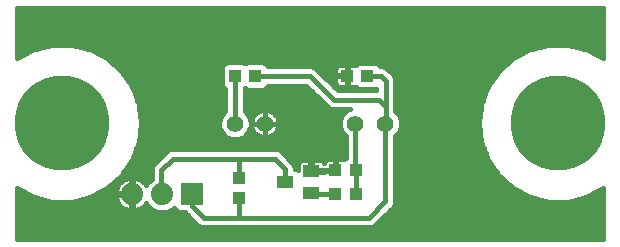
<source format=gbr>
G75*
G70*
%OFA0B0*%
%FSLAX24Y24*%
%IPPOS*%
%LPD*%
%AMOC8*
5,1,8,0,0,1.08239X$1,22.5*
%
%ADD10C,0.3150*%
%ADD11R,0.0433X0.0394*%
%ADD12R,0.0394X0.0433*%
%ADD13R,0.0740X0.0740*%
%ADD14C,0.0740*%
%ADD15R,0.0551X0.0394*%
%ADD16C,0.0560*%
%ADD17C,0.0160*%
D10*
X002494Y004511D03*
X019029Y004511D03*
D11*
X012671Y006086D03*
X012002Y006086D03*
X008399Y002680D03*
X008399Y002011D03*
D12*
X011608Y002149D03*
X012277Y002149D03*
X012277Y002936D03*
X011608Y002936D03*
X008931Y006086D03*
X008261Y006086D03*
D13*
X006824Y002149D03*
D14*
X005824Y002149D03*
X004824Y002149D03*
D15*
X009935Y002542D03*
X010801Y002168D03*
X010801Y002916D03*
D16*
X012273Y004495D03*
X013273Y004495D03*
X009257Y004495D03*
X008257Y004495D03*
D17*
X001005Y002339D02*
X001005Y000660D01*
X020518Y000660D01*
X020518Y002339D01*
X019963Y002048D01*
X019963Y002048D01*
X019347Y001896D01*
X018712Y001896D01*
X018095Y002048D01*
X017533Y002343D01*
X017058Y002764D01*
X017058Y002764D01*
X016697Y003287D01*
X016697Y003287D01*
X016472Y003880D01*
X016472Y003880D01*
X016395Y004511D01*
X016395Y004511D01*
X016472Y005141D01*
X016472Y005141D01*
X016697Y005735D01*
X016697Y005735D01*
X017058Y006257D01*
X017058Y006257D01*
X017533Y006678D01*
X017533Y006678D01*
X018095Y006973D01*
X018095Y006973D01*
X018712Y007125D01*
X019347Y007125D01*
X019963Y006973D01*
X019963Y006973D01*
X020518Y006682D01*
X020518Y008361D01*
X001005Y008361D01*
X001005Y006682D01*
X001560Y006973D01*
X001560Y006973D01*
X002176Y007125D01*
X002811Y007125D01*
X003428Y006973D01*
X003428Y006973D01*
X003990Y006678D01*
X003990Y006678D01*
X004465Y006257D01*
X004465Y006257D01*
X004826Y005735D01*
X004826Y005735D01*
X005051Y005141D01*
X005051Y005141D01*
X005127Y004511D01*
X005051Y003880D01*
X004826Y003287D01*
X004826Y003287D01*
X004465Y002764D01*
X004465Y002764D01*
X003990Y002343D01*
X003990Y002343D01*
X003428Y002048D01*
X003428Y002048D01*
X002811Y001896D01*
X002176Y001896D01*
X001560Y002048D01*
X001560Y002048D01*
X001005Y002339D01*
X001005Y002241D02*
X001193Y002241D01*
X001005Y002082D02*
X001495Y002082D01*
X001005Y001924D02*
X002066Y001924D01*
X002922Y001924D02*
X004322Y001924D01*
X004315Y001937D02*
X004354Y001860D01*
X004405Y001790D01*
X004466Y001729D01*
X004536Y001678D01*
X004613Y001639D01*
X004696Y001612D01*
X004781Y001599D01*
X004804Y001599D01*
X004804Y002128D01*
X004844Y002128D01*
X004844Y001599D01*
X004868Y001599D01*
X004953Y001612D01*
X005036Y001639D01*
X005113Y001678D01*
X005183Y001729D01*
X005244Y001790D01*
X005288Y001850D01*
X005307Y001803D01*
X005479Y001631D01*
X005703Y001539D01*
X005946Y001539D01*
X006170Y001631D01*
X006230Y001692D01*
X006251Y001643D01*
X006318Y001575D01*
X006407Y001539D01*
X006588Y001539D01*
X006643Y001484D01*
X007037Y001090D01*
X007154Y001041D01*
X012794Y001041D01*
X012911Y001090D01*
X013001Y001180D01*
X013545Y001723D01*
X013593Y001841D01*
X013593Y004080D01*
X013714Y004200D01*
X013793Y004392D01*
X013793Y004598D01*
X013714Y004790D01*
X013601Y004902D01*
X013601Y005992D01*
X013552Y006109D01*
X013305Y006357D01*
X013187Y006406D01*
X013096Y006406D01*
X013091Y006418D01*
X013023Y006486D01*
X012935Y006522D01*
X012407Y006522D01*
X012318Y006486D01*
X012284Y006451D01*
X012242Y006462D01*
X012020Y006462D01*
X012020Y006104D01*
X011983Y006104D01*
X011983Y006067D01*
X011605Y006067D01*
X011605Y005865D01*
X011617Y005819D01*
X011641Y005778D01*
X011675Y005745D01*
X011716Y005721D01*
X011761Y005709D01*
X011983Y005709D01*
X011983Y006067D01*
X012020Y006067D01*
X012020Y005709D01*
X012242Y005709D01*
X012284Y005720D01*
X012318Y005685D01*
X012407Y005649D01*
X012935Y005649D01*
X012961Y005659D01*
X012961Y005618D01*
X011681Y005618D01*
X010943Y006357D01*
X010825Y006406D01*
X009344Y006406D01*
X009331Y006438D01*
X009264Y006506D01*
X009175Y006542D01*
X008686Y006542D01*
X008598Y006506D01*
X008596Y006504D01*
X008594Y006506D01*
X008506Y006542D01*
X008017Y006542D01*
X007929Y006506D01*
X007861Y006438D01*
X007825Y006350D01*
X007825Y005821D01*
X007861Y005733D01*
X007929Y005666D01*
X007941Y005660D01*
X007941Y004914D01*
X007817Y004790D01*
X007737Y004598D01*
X007737Y004392D01*
X007817Y004200D01*
X007963Y004054D01*
X008154Y003975D01*
X008361Y003975D01*
X008552Y004054D01*
X008698Y004200D01*
X008777Y004392D01*
X008777Y004598D01*
X008698Y004790D01*
X008581Y004906D01*
X008581Y005660D01*
X008594Y005666D01*
X008596Y005667D01*
X008598Y005666D01*
X008686Y005629D01*
X009175Y005629D01*
X009264Y005666D01*
X009331Y005733D01*
X009344Y005766D01*
X010629Y005766D01*
X011278Y005117D01*
X011368Y005027D01*
X011485Y004978D01*
X012081Y004978D01*
X011979Y004936D01*
X011832Y004790D01*
X011753Y004598D01*
X011753Y004392D01*
X011832Y004200D01*
X011953Y004080D01*
X011953Y003360D01*
X011944Y003356D01*
X011896Y003308D01*
X011874Y003320D01*
X011828Y003332D01*
X011626Y003332D01*
X011626Y002954D01*
X011589Y002954D01*
X011589Y002917D01*
X011231Y002917D01*
X011231Y002898D01*
X010819Y002898D01*
X010819Y002935D01*
X010782Y002935D01*
X010782Y003293D01*
X010501Y003293D01*
X010456Y003281D01*
X010415Y003257D01*
X010381Y003224D01*
X010357Y003183D01*
X010345Y003137D01*
X010345Y002943D01*
X010258Y002979D01*
X010255Y002979D01*
X010255Y003039D01*
X010206Y003157D01*
X009852Y003511D01*
X009762Y003601D01*
X009644Y003650D01*
X006131Y003650D01*
X006013Y003601D01*
X005620Y003207D01*
X005530Y003117D01*
X005481Y003000D01*
X005481Y002666D01*
X005479Y002666D01*
X005307Y002494D01*
X005288Y002447D01*
X005244Y002507D01*
X005183Y002568D01*
X005113Y002619D01*
X005036Y002658D01*
X004953Y002685D01*
X004868Y002699D01*
X004844Y002699D01*
X004844Y002169D01*
X004804Y002169D01*
X004804Y002699D01*
X004781Y002699D01*
X004696Y002685D01*
X004613Y002658D01*
X004536Y002619D01*
X004466Y002568D01*
X004405Y002507D01*
X004354Y002437D01*
X004315Y002360D01*
X004288Y002277D01*
X004274Y002192D01*
X004274Y002169D01*
X004804Y002169D01*
X004804Y002129D01*
X004274Y002129D01*
X004274Y002105D01*
X004288Y002020D01*
X004315Y001937D01*
X004278Y002082D02*
X003492Y002082D01*
X003794Y002241D02*
X004282Y002241D01*
X004335Y002399D02*
X004053Y002399D01*
X004232Y002558D02*
X004456Y002558D01*
X004411Y002716D02*
X005481Y002716D01*
X005481Y002875D02*
X004541Y002875D01*
X004651Y003033D02*
X005495Y003033D01*
X005801Y002936D02*
X005801Y002172D01*
X005824Y002149D01*
X005345Y001765D02*
X005219Y001765D01*
X004918Y001607D02*
X005539Y001607D01*
X006110Y001607D02*
X006287Y001607D01*
X006679Y001448D02*
X001005Y001448D01*
X001005Y001607D02*
X004731Y001607D01*
X004804Y001607D02*
X004844Y001607D01*
X004844Y001765D02*
X004804Y001765D01*
X004804Y001924D02*
X004844Y001924D01*
X004844Y002082D02*
X004804Y002082D01*
X004824Y002149D02*
X004856Y002180D01*
X004856Y003133D01*
X005446Y003723D01*
X010368Y003723D01*
X010761Y003330D01*
X010761Y002956D01*
X010801Y002916D01*
X010801Y002936D01*
X011608Y002936D01*
X011589Y002954D02*
X011589Y003332D01*
X011387Y003332D01*
X011342Y003320D01*
X011301Y003296D01*
X011267Y003263D01*
X011243Y003222D01*
X011236Y003196D01*
X011220Y003224D01*
X011187Y003257D01*
X011146Y003281D01*
X011100Y003293D01*
X010819Y003293D01*
X010819Y002935D01*
X011256Y002935D01*
X011256Y002954D01*
X011589Y002954D01*
X011589Y003033D02*
X011626Y003033D01*
X011626Y003192D02*
X011589Y003192D01*
X011938Y003350D02*
X010012Y003350D01*
X009854Y003509D02*
X011953Y003509D01*
X011953Y003667D02*
X004970Y003667D01*
X005030Y003826D02*
X011953Y003826D01*
X011953Y003984D02*
X008383Y003984D01*
X008132Y003984D02*
X005063Y003984D01*
X005083Y004143D02*
X007875Y004143D01*
X007775Y004301D02*
X005102Y004301D01*
X005121Y004460D02*
X007737Y004460D01*
X007746Y004618D02*
X005114Y004618D01*
X005095Y004777D02*
X007811Y004777D01*
X007941Y004935D02*
X005076Y004935D01*
X005057Y005094D02*
X007941Y005094D01*
X007941Y005252D02*
X005009Y005252D01*
X004949Y005411D02*
X007941Y005411D01*
X007941Y005569D02*
X004889Y005569D01*
X004828Y005728D02*
X007867Y005728D01*
X007825Y005886D02*
X004721Y005886D01*
X004612Y006045D02*
X007825Y006045D01*
X007825Y006203D02*
X004502Y006203D01*
X004465Y006257D02*
X004465Y006257D01*
X004347Y006362D02*
X007829Y006362D01*
X007964Y006520D02*
X004168Y006520D01*
X003989Y006679D02*
X017534Y006679D01*
X017836Y006837D02*
X003687Y006837D01*
X003337Y006996D02*
X018185Y006996D01*
X017354Y006520D02*
X012941Y006520D01*
X013294Y006362D02*
X017176Y006362D01*
X017020Y006203D02*
X013459Y006203D01*
X013579Y006045D02*
X016911Y006045D01*
X016802Y005886D02*
X013601Y005886D01*
X013601Y005728D02*
X016694Y005728D01*
X016634Y005569D02*
X013601Y005569D01*
X013601Y005411D02*
X016574Y005411D01*
X016514Y005252D02*
X013601Y005252D01*
X013601Y005094D02*
X016466Y005094D01*
X016447Y004935D02*
X013601Y004935D01*
X013719Y004777D02*
X016428Y004777D01*
X016408Y004618D02*
X013785Y004618D01*
X013793Y004460D02*
X016402Y004460D01*
X016421Y004301D02*
X013756Y004301D01*
X013656Y004143D02*
X016440Y004143D01*
X016459Y003984D02*
X013593Y003984D01*
X013593Y003826D02*
X016493Y003826D01*
X016553Y003667D02*
X013593Y003667D01*
X013593Y003509D02*
X016613Y003509D01*
X016673Y003350D02*
X013593Y003350D01*
X013593Y003192D02*
X016763Y003192D01*
X016872Y003033D02*
X013593Y003033D01*
X013593Y002875D02*
X016982Y002875D01*
X017112Y002716D02*
X013593Y002716D01*
X013593Y002558D02*
X017291Y002558D01*
X017470Y002399D02*
X013593Y002399D01*
X013593Y002241D02*
X017729Y002241D01*
X018031Y002082D02*
X013593Y002082D01*
X013593Y001924D02*
X018601Y001924D01*
X019457Y001924D02*
X020518Y001924D01*
X020518Y002082D02*
X020028Y002082D01*
X020330Y002241D02*
X020518Y002241D01*
X020518Y001765D02*
X013562Y001765D01*
X013428Y001607D02*
X020518Y001607D01*
X020518Y001448D02*
X013269Y001448D01*
X013111Y001290D02*
X020518Y001290D01*
X020518Y001131D02*
X012952Y001131D01*
X012730Y001361D02*
X008399Y001361D01*
X008399Y002011D01*
X008399Y001361D02*
X007218Y001361D01*
X006824Y001755D01*
X006824Y002149D01*
X005371Y002558D02*
X005193Y002558D01*
X004844Y002558D02*
X004804Y002558D01*
X004804Y002399D02*
X004844Y002399D01*
X004844Y002241D02*
X004804Y002241D01*
X004430Y001765D02*
X001005Y001765D01*
X001005Y001290D02*
X006837Y001290D01*
X006996Y001131D02*
X001005Y001131D01*
X001005Y000973D02*
X020518Y000973D01*
X020518Y000814D02*
X001005Y000814D01*
X005801Y002936D02*
X006194Y003330D01*
X008399Y003330D01*
X008399Y002680D01*
X008399Y003330D02*
X009580Y003330D01*
X009935Y002975D01*
X009935Y002542D01*
X010801Y002168D02*
X010801Y002149D01*
X011608Y002149D01*
X012277Y002149D02*
X012277Y002936D01*
X012273Y002936D01*
X012273Y004495D01*
X011791Y004301D02*
X009675Y004301D01*
X009684Y004318D02*
X009706Y004387D01*
X009717Y004459D01*
X009717Y004495D01*
X009717Y004531D01*
X009706Y004603D01*
X009684Y004672D01*
X009651Y004736D01*
X009608Y004795D01*
X009557Y004846D01*
X009499Y004888D01*
X009434Y004921D01*
X009365Y004944D01*
X009294Y004955D01*
X009257Y004955D01*
X009221Y004955D01*
X009150Y004944D01*
X009081Y004921D01*
X009016Y004888D01*
X008958Y004846D01*
X008907Y004795D01*
X008864Y004736D01*
X008831Y004672D01*
X008809Y004603D01*
X008797Y004531D01*
X008797Y004495D01*
X008797Y004459D01*
X008809Y004387D01*
X008831Y004318D01*
X008864Y004254D01*
X008907Y004195D01*
X008958Y004144D01*
X009016Y004102D01*
X009081Y004069D01*
X009150Y004046D01*
X009221Y004035D01*
X009257Y004035D01*
X009257Y004495D01*
X008797Y004495D01*
X009257Y004495D01*
X009257Y004495D01*
X009257Y004955D01*
X009257Y004495D01*
X009257Y004495D01*
X009257Y004495D01*
X009257Y004035D01*
X009294Y004035D01*
X009365Y004046D01*
X009434Y004069D01*
X009499Y004102D01*
X009557Y004144D01*
X009608Y004195D01*
X009651Y004254D01*
X009684Y004318D01*
X009257Y004301D02*
X009257Y004301D01*
X009257Y004143D02*
X009257Y004143D01*
X009555Y004143D02*
X011890Y004143D01*
X011753Y004460D02*
X009717Y004460D01*
X009717Y004495D02*
X009257Y004495D01*
X009717Y004495D01*
X009701Y004618D02*
X011761Y004618D01*
X011827Y004777D02*
X009622Y004777D01*
X009257Y004777D02*
X009257Y004777D01*
X009257Y004618D02*
X009257Y004618D01*
X009257Y004495D02*
X009257Y004495D01*
X009257Y004460D02*
X009257Y004460D01*
X008840Y004301D02*
X008740Y004301D01*
X008777Y004460D02*
X008797Y004460D01*
X008814Y004618D02*
X008769Y004618D01*
X008704Y004777D02*
X008893Y004777D01*
X009123Y004935D02*
X008581Y004935D01*
X008581Y005094D02*
X011301Y005094D01*
X011278Y005117D02*
X011278Y005117D01*
X011142Y005252D02*
X008581Y005252D01*
X008581Y005411D02*
X010984Y005411D01*
X010825Y005569D02*
X008581Y005569D01*
X009326Y005728D02*
X010667Y005728D01*
X010761Y006086D02*
X011549Y005298D01*
X013045Y005298D01*
X013281Y005062D01*
X013281Y005928D01*
X013124Y006086D01*
X012671Y006086D01*
X012020Y006045D02*
X011983Y006045D01*
X011983Y006104D02*
X011605Y006104D01*
X011605Y006306D01*
X011617Y006352D01*
X011641Y006393D01*
X011675Y006426D01*
X011716Y006450D01*
X011761Y006462D01*
X011983Y006462D01*
X011983Y006104D01*
X011983Y006203D02*
X012020Y006203D01*
X012020Y006362D02*
X011983Y006362D01*
X011623Y006362D02*
X010931Y006362D01*
X011096Y006203D02*
X011605Y006203D01*
X011605Y006045D02*
X011255Y006045D01*
X011413Y005886D02*
X011605Y005886D01*
X011572Y005728D02*
X011704Y005728D01*
X011983Y005728D02*
X012020Y005728D01*
X012020Y005886D02*
X011983Y005886D01*
X010761Y006086D02*
X008931Y006086D01*
X008261Y006086D02*
X008261Y004499D01*
X008257Y004495D01*
X008640Y004143D02*
X008960Y004143D01*
X009257Y004935D02*
X009257Y004935D01*
X009392Y004935D02*
X011978Y004935D01*
X013281Y005062D02*
X013281Y004503D01*
X013273Y004495D01*
X013273Y001904D01*
X012730Y001361D01*
X010819Y003033D02*
X010782Y003033D01*
X010782Y003192D02*
X010819Y003192D01*
X010363Y003192D02*
X010171Y003192D01*
X010255Y003033D02*
X010345Y003033D01*
X005921Y003509D02*
X004910Y003509D01*
X004850Y003350D02*
X005762Y003350D01*
X005604Y003192D02*
X004760Y003192D01*
X008559Y006520D02*
X008633Y006520D01*
X009228Y006520D02*
X012401Y006520D01*
X019873Y006996D02*
X020518Y006996D01*
X020518Y007154D02*
X001005Y007154D01*
X001005Y006996D02*
X001650Y006996D01*
X001300Y006837D02*
X001005Y006837D01*
X001005Y007313D02*
X020518Y007313D01*
X020518Y007471D02*
X001005Y007471D01*
X001005Y007630D02*
X020518Y007630D01*
X020518Y007788D02*
X001005Y007788D01*
X001005Y007947D02*
X020518Y007947D01*
X020518Y008105D02*
X001005Y008105D01*
X001005Y008264D02*
X020518Y008264D01*
X020518Y006837D02*
X020223Y006837D01*
M02*

</source>
